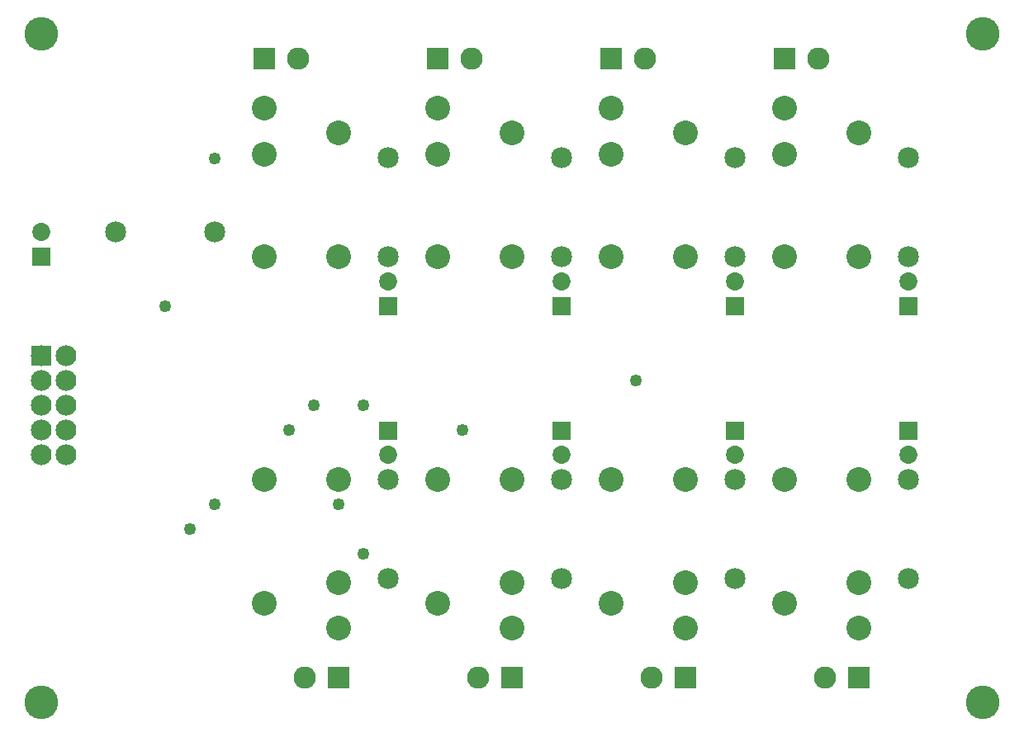
<source format=gts>
G04 MADE WITH FRITZING*
G04 WWW.FRITZING.ORG*
G04 DOUBLE SIDED*
G04 HOLES PLATED*
G04 CONTOUR ON CENTER OF CONTOUR VECTOR*
%ASAXBY*%
%FSLAX23Y23*%
%MOIN*%
%OFA0B0*%
%SFA1.0B1.0*%
%ADD10C,0.049370*%
%ADD11C,0.090000*%
%ADD12C,0.072992*%
%ADD13C,0.085000*%
%ADD14C,0.084000*%
%ADD15C,0.100000*%
%ADD16C,0.135984*%
%ADD17R,0.090000X0.090000*%
%ADD18R,0.072992X0.072992*%
%ADD19R,0.084000X0.084000*%
%LNMASK1*%
G90*
G70*
G54D10*
X1261Y1342D03*
X1461Y1342D03*
X1461Y742D03*
X1161Y1242D03*
X761Y842D03*
X1361Y942D03*
X1861Y1242D03*
X2561Y1442D03*
G54D11*
X3161Y2742D03*
X3299Y2742D03*
X2461Y2742D03*
X2599Y2742D03*
X1761Y2742D03*
X1899Y2742D03*
X1061Y2742D03*
X1199Y2742D03*
G54D12*
X1561Y1744D03*
X1561Y1842D03*
X2261Y1744D03*
X2261Y1842D03*
X2961Y1744D03*
X2961Y1842D03*
X3661Y1744D03*
X3661Y1842D03*
X1561Y1240D03*
X1561Y1142D03*
X2261Y1240D03*
X2261Y1142D03*
X2961Y1240D03*
X2961Y1142D03*
X3661Y1240D03*
X3661Y1142D03*
G54D13*
X3661Y1042D03*
X3661Y642D03*
X2961Y1042D03*
X2961Y642D03*
X2261Y1042D03*
X2261Y642D03*
X1561Y1042D03*
X1561Y642D03*
X3661Y2342D03*
X3661Y1942D03*
X2961Y2342D03*
X2961Y1942D03*
X2261Y2342D03*
X2261Y1942D03*
X1561Y2342D03*
X1561Y1942D03*
G54D11*
X3461Y242D03*
X3324Y242D03*
X2761Y242D03*
X2624Y242D03*
X2061Y242D03*
X1924Y242D03*
X1361Y242D03*
X1224Y242D03*
G54D10*
X861Y2341D03*
X861Y943D03*
G54D13*
X861Y2042D03*
X461Y2042D03*
G54D12*
X161Y1944D03*
X161Y2042D03*
G54D14*
X261Y1542D03*
X261Y1442D03*
X261Y1342D03*
X261Y1242D03*
X261Y1142D03*
X161Y1542D03*
X161Y1442D03*
X161Y1342D03*
X161Y1242D03*
X161Y1142D03*
G54D15*
X1361Y2442D03*
X1061Y1942D03*
X1361Y1942D03*
X1061Y2542D03*
X1061Y2357D03*
X1361Y2442D03*
X1061Y1942D03*
X1361Y1942D03*
X1061Y2542D03*
X1061Y2357D03*
X2061Y2442D03*
X1761Y1942D03*
X2061Y1942D03*
X1761Y2542D03*
X1761Y2357D03*
X2061Y2442D03*
X1761Y1942D03*
X2061Y1942D03*
X1761Y2542D03*
X1761Y2357D03*
X2761Y2442D03*
X2461Y1942D03*
X2761Y1942D03*
X2461Y2542D03*
X2461Y2357D03*
X2761Y2442D03*
X2461Y1942D03*
X2761Y1942D03*
X2461Y2542D03*
X2461Y2357D03*
X3461Y2442D03*
X3161Y1942D03*
X3461Y1942D03*
X3161Y2542D03*
X3161Y2357D03*
X3461Y2442D03*
X3161Y1942D03*
X3461Y1942D03*
X3161Y2542D03*
X3161Y2357D03*
X1061Y542D03*
X1361Y1042D03*
X1061Y1042D03*
X1361Y442D03*
X1361Y627D03*
X1061Y542D03*
X1361Y1042D03*
X1061Y1042D03*
X1361Y442D03*
X1361Y627D03*
X1761Y542D03*
X2061Y1042D03*
X1761Y1042D03*
X2061Y442D03*
X2061Y627D03*
X1761Y542D03*
X2061Y1042D03*
X1761Y1042D03*
X2061Y442D03*
X2061Y627D03*
X2461Y542D03*
X2761Y1042D03*
X2461Y1042D03*
X2761Y442D03*
X2761Y627D03*
X2461Y542D03*
X2761Y1042D03*
X2461Y1042D03*
X2761Y442D03*
X2761Y627D03*
X3161Y542D03*
X3461Y1042D03*
X3161Y1042D03*
X3461Y442D03*
X3461Y627D03*
X3161Y542D03*
X3461Y1042D03*
X3161Y1042D03*
X3461Y442D03*
X3461Y627D03*
G54D10*
X660Y1743D03*
G54D16*
X3961Y2842D03*
X3961Y142D03*
X161Y2842D03*
X161Y142D03*
G54D17*
X3161Y2742D03*
X2461Y2742D03*
X1761Y2742D03*
X1061Y2742D03*
G54D18*
X1561Y1744D03*
X2261Y1744D03*
X2961Y1744D03*
X3661Y1744D03*
X1561Y1240D03*
X2261Y1240D03*
X2961Y1240D03*
X3661Y1240D03*
G54D17*
X3461Y242D03*
X2761Y242D03*
X2061Y242D03*
X1361Y242D03*
G54D18*
X161Y1944D03*
G54D19*
X161Y1542D03*
G04 End of Mask1*
M02*
</source>
